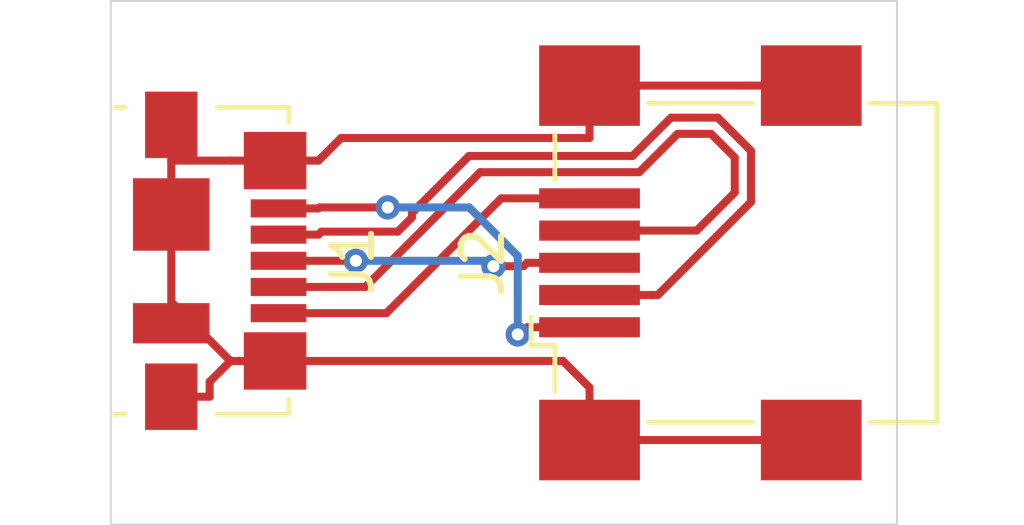
<source format=kicad_pcb>
(kicad_pcb (version 20240108) (generator "pcbnew") (generator_version "8.0")
  (layers (0 "F.Cu" signal) (31 "B.Cu" signal) (34 "B.Paste" user) (35 "F.Paste" user) (36 "B.SilkS" user "B.Silkscreen") (37 "F.SilkS" user "F.Silkscreen") (38 "B.Mask" user) (39 "F.Mask" user) (44 "Edge.Cuts" user))
  (net 0 "")
  (net 1 "Net-(J1-Shield)")
  (net 2 "Net-(J1-ID)")
  (net 3 "Net-(J1-GND)")
  (net 4 "Net-(J1-D-)")
  (net 5 "Net-(J1-D+)")
  (net 6 "Net-(J1-VBUS)")
  (footprint "Connector_USB:USB_Micro-B_Molex_47346-0001" (layer "F.Cu") (at 84.2 64.95 -90)
    (property "Reference" "J1" (at 0 -3.3 90) (layer "F.SilkS"))
    (property "Value" "USB_B_Micro")
    (fp_line (start -3.81 2.6) (end -3.81 2.34) (stroke (width 0.12)) (layer "F.SilkS"))
    (fp_line (start 3.81 2.34) (end 3.81 2.6) (stroke (width 0.12)) (layer "F.SilkS"))
    (fp_line (start -3.81 0.06) (end -3.81 -1.71) (stroke (width 0.12)) (layer "F.SilkS"))
    (fp_line (start -3.81 -1.71) (end -3.43 -1.71) (stroke (width 0.12)) (layer "F.SilkS"))
    (fp_line (start 3.81 -1.71) (end 3.81 0.06) (stroke (width 0.12)) (layer "F.SilkS"))
    (fp_line (start 3.81 -1.71) (end 3.43 -1.71) (stroke (width 0.12)) (layer "F.SilkS"))
    (pad "1" smd rect (at -1.3 -1.46 270) (size 0.45 1.38) (layers "F.Cu" "F.Paste" "F.Mask") (net 6 "Net-(J1-VBUS)"))
    (pad "2" smd rect (at -0.65 -1.46 270) (size 0.45 1.38) (layers "F.Cu" "F.Paste" "F.Mask") (net 4 "Net-(J1-D-)"))
    (pad "3" smd rect (at 0 -1.46 270) (size 0.45 1.38) (layers "F.Cu" "F.Paste" "F.Mask") (net 5 "Net-(J1-D+)"))
    (pad "4" smd rect (at 0.65 -1.46 270) (size 0.45 1.38) (layers "F.Cu" "F.Paste" "F.Mask") (net 2 "Net-(J1-ID)"))
    (pad "5" smd rect (at 1.3 -1.46 270) (size 0.45 1.38) (layers "F.Cu" "F.Paste" "F.Mask") (net 3 "Net-(J1-GND)"))
    (pad "6" smd rect (at -3.375 1.2 270) (size 1.65 1.3) (layers "F.Cu" "F.Paste" "F.Mask") (net 1 "Net-(J1-Shield)"))
    (pad "6" smd rect (at -2.4875 -1.375 270) (size 1.425 1.55) (layers "F.Cu" "F.Paste" "F.Mask") (net 1 "Net-(J1-Shield)"))
    (pad "6" smd rect (at -1.15 1.2 270) (size 1.8 1.9) (layers "F.Cu" "F.Paste" "F.Mask") (net 1 "Net-(J1-Shield)"))
    (pad "6" smd rect (at 1.55 1.2 270) (size 1 1.9) (layers "F.Cu" "F.Paste" "F.Mask") (net 1 "Net-(J1-Shield)"))
    (pad "6" smd rect (at 2.4875 -1.375 270) (size 1.425 1.55) (layers "F.Cu" "F.Paste" "F.Mask") (net 1 "Net-(J1-Shield)"))
    (pad "6" smd rect (at 3.375 1.2 270) (size 1.65 1.3) (layers "F.Cu" "F.Paste" "F.Mask") (net 1 "Net-(J1-Shield)"))
  )
  (footprint "Connector_USB:USB_Mini-B_Wuerth_65100516121_Horizontal" (layer "F.Cu") (at 95.975 65 90)
    (property "Reference" "J2" (at 0 -5.25 90) (layer "F.SilkS"))
    (property "Value" "USB_B_Mini")
    (fp_line (start -2.05 -4.05) (end -1.35 -4.05) (stroke (width 0.12)) (layer "F.SilkS"))
    (fp_line (start 2.05 -3.46) (end 3.2 -3.46) (stroke (width 0.12)) (layer "F.SilkS"))
    (fp_line (start -2.05 -3.46) (end -2.05 -4.05) (stroke (width 0.12)) (layer "F.SilkS"))
    (fp_line (start -3.2 -3.46) (end -2.05 -3.46) (stroke (width 0.12)) (layer "F.SilkS"))
    (fp_line (start 3.96 -1.15) (end 3.96 1.45) (stroke (width 0.12)) (layer "F.SilkS"))
    (fp_line (start -3.96 1.45) (end -3.96 -1.15) (stroke (width 0.12)) (layer "F.SilkS"))
    (fp_line (start -3.96 4.35) (end -3.96 6.01) (stroke (width 0.12)) (layer "F.SilkS"))
    (fp_line (start 3.96 6.01) (end 3.96 4.35) (stroke (width 0.12)) (layer "F.SilkS"))
    (fp_line (start -3.96 6.01) (end 3.96 6.01) (stroke (width 0.12)) (layer "F.SilkS"))
    (pad "" np_thru_hole circle (at -2.2 0 90) (size 0.9 0.9) (drill 0.9) (layers "*.Cu" "*.Mask"))
    (pad "" np_thru_hole circle (at 2.2 0 90) (size 0.9 0.9) (drill 0.9) (layers "*.Cu" "*.Mask"))
    (pad "1" smd rect (at -1.6 -2.6 90) (size 0.5 2.5) (layers "F.Cu" "F.Paste" "F.Mask") (net 6 "Net-(J1-VBUS)"))
    (pad "2" smd rect (at -0.8 -2.6 90) (size 0.5 2.5) (layers "F.Cu" "F.Paste" "F.Mask") (net 4 "Net-(J1-D-)"))
    (pad "3" smd rect (at 0 -2.6 90) (size 0.5 2.5) (layers "F.Cu" "F.Paste" "F.Mask") (net 5 "Net-(J1-D+)"))
    (pad "4" smd rect (at 0.8 -2.6 90) (size 0.5 2.5) (layers "F.Cu" "F.Paste" "F.Mask") (net 2 "Net-(J1-ID)"))
    (pad "5" smd rect (at 1.6 -2.6 90) (size 0.5 2.5) (layers "F.Cu" "F.Paste" "F.Mask") (net 3 "Net-(J1-GND)"))
    (pad "6" smd rect (at -4.4 -2.6 90) (size 2 2.5) (layers "F.Cu" "F.Paste" "F.Mask") (net 1 "Net-(J1-Shield)"))
    (pad "6" smd rect (at -4.4 2.9 90) (size 2 2.5) (layers "F.Cu" "F.Paste" "F.Mask") (net 1 "Net-(J1-Shield)"))
    (pad "6" smd rect (at 4.4 -2.6 90) (size 2 2.5) (layers "F.Cu" "F.Paste" "F.Mask") (net 1 "Net-(J1-Shield)"))
    (pad "6" smd rect (at 4.4 2.9 90) (size 2 2.5) (layers "F.Cu" "F.Paste" "F.Mask") (net 1 "Net-(J1-Shield)"))
  )
  (gr_rect (start 81.5 58.5) (end 101 71.5) (stroke (width 0.05)) (fill none) (layer "Edge.Cuts"))
  (segment (start 97.3233 60.6) (end 93.885 60.6) (width 0.2) (layer "F.Cu") (net 1))
  (segment (start 83 63.8) (end 83 62.9241) (width 0.2) (layer "F.Cu") (net 1))
  (segment (start 83.53 66.5) (end 83 65.97) (width 0.2) (layer "F.Cu") (net 1))
  (segment (start 83 62.9241) (end 83 62.4625) (width 0.2) (layer "F.Cu") (net 1))
  (segment (start 83 68.325) (end 83.9517 68.325) (width 0.2) (layer "F.Cu") (net 1))
  (segment (start 93.375 68.0983) (end 92.7142 67.4375) (width 0.2) (layer "F.Cu") (net 1))
  (segment (start 93.375 60.6) (end 93.375 61.11) (width 0.2) (layer "F.Cu") (net 1))
  (segment (start 93.885 60.6) (end 93.375 61.11) (width 0.2) (layer "F.Cu") (net 1))
  (segment (start 83 62.4625) (end 84.4983 62.4625) (width 0.2) (layer "F.Cu") (net 1))
  (segment (start 83.9517 67.9533) (end 84.4675 67.4375) (width 0.2) (layer "F.Cu") (net 1))
  (segment (start 83 62.4625) (end 83 61.575) (width 0.2) (layer "F.Cu") (net 1))
  (segment (start 87.2125 61.9017) (end 86.6517 62.4625) (width 0.2) (layer "F.Cu") (net 1))
  (segment (start 84.6842 67.4375) (end 84.4675 67.4375) (width 0.2) (layer "F.Cu") (net 1))
  (segment (start 93.375 69.4) (end 93.375 68.0983) (width 0.2) (layer "F.Cu") (net 1))
  (segment (start 93.375 61.11) (end 93.375 61.9017) (width 0.2) (layer "F.Cu") (net 1))
  (segment (start 83.9517 68.325) (end 83.9517 67.9533) (width 0.2) (layer "F.Cu") (net 1))
  (segment (start 83 65.97) (end 83 63.8) (width 0.2) (layer "F.Cu") (net 1))
  (segment (start 98.875 60.6) (end 97.3233 60.6) (width 0.2) (layer "F.Cu") (net 1))
  (segment (start 85.575 62.4625) (end 84.4983 62.4625) (width 0.2) (layer "F.Cu") (net 1))
  (segment (start 85.575 67.4375) (end 84.6842 67.4375) (width 0.2) (layer "F.Cu") (net 1))
  (segment (start 83 66.5) (end 83.53 66.5) (width 0.2) (layer "F.Cu") (net 1))
  (segment (start 85.575 62.4625) (end 86.6517 62.4625) (width 0.2) (layer "F.Cu") (net 1))
  (segment (start 92.7142 67.4375) (end 85.575 67.4375) (width 0.2) (layer "F.Cu") (net 1))
  (segment (start 98.875 69.4) (end 93.375 69.4) (width 0.2) (layer "F.Cu") (net 1))
  (segment (start 84.4675 67.4375) (end 83.53 66.5) (width 0.2) (layer "F.Cu") (net 1))
  (segment (start 93.375 61.9017) (end 87.2125 61.9017) (width 0.2) (layer "F.Cu") (net 1))
  (segment (start 87.8127 65.6) (end 90.6632 62.7495) (width 0.2) (layer "F.Cu") (net 2))
  (segment (start 95.5601 61.7983) (end 96.39 61.7983) (width 0.2) (layer "F.Cu") (net 2))
  (segment (start 85.66 65.6) (end 87.8127 65.6) (width 0.2) (layer "F.Cu") (net 2))
  (segment (start 96.9767 63.2549) (end 96.0316 64.2) (width 0.2) (layer "F.Cu") (net 2))
  (segment (start 96.9767 62.385) (end 96.9767 63.2549) (width 0.2) (layer "F.Cu") (net 2))
  (segment (start 96.39 61.7983) (end 96.9767 62.385) (width 0.2) (layer "F.Cu") (net 2))
  (segment (start 90.6632 62.7495) (end 94.6089 62.7495) (width 0.2) (layer "F.Cu") (net 2))
  (segment (start 94.6089 62.7495) (end 95.5601 61.7983) (width 0.2) (layer "F.Cu") (net 2))
  (segment (start 96.0316 64.2) (end 93.375 64.2) (width 0.2) (layer "F.Cu") (net 2))
  (segment (start 85.66 66.25) (end 88.3351 66.25) (width 0.2) (layer "F.Cu") (net 3))
  (segment (start 91.1851 63.4) (end 93.375 63.4) (width 0.2) (layer "F.Cu") (net 3))
  (segment (start 88.3351 66.25) (end 91.1851 63.4) (width 0.2) (layer "F.Cu") (net 3))
  (segment (start 95.3938 61.3966) (end 96.5563 61.3966) (width 0.2) (layer "F.Cu") (net 4))
  (segment (start 94.4426 62.3478) (end 95.3938 61.3966) (width 0.2) (layer "F.Cu") (net 4))
  (segment (start 95.0687 65.8) (end 94.9267 65.8) (width 0.2) (layer "F.Cu") (net 4))
  (segment (start 93.375 65.8) (end 94.9267 65.8) (width 0.2) (layer "F.Cu") (net 4))
  (segment (start 97.3784 63.4903) (end 95.0687 65.8) (width 0.2) (layer "F.Cu") (net 4))
  (segment (start 85.66 64.3) (end 86.6517 64.3) (width 0.2) (layer "F.Cu") (net 4))
  (segment (start 86.6517 64.3) (end 86.725 64.2267) (width 0.2) (layer "F.Cu") (net 4))
  (segment (start 90.3844 62.3478) (end 94.4426 62.3478) (width 0.2) (layer "F.Cu") (net 4))
  (segment (start 97.3784 62.2187) (end 97.3784 63.4903) (width 0.2) (layer "F.Cu") (net 4))
  (segment (start 88.9705 63.7617) (end 90.3844 62.3478) (width 0.2) (layer "F.Cu") (net 4))
  (segment (start 88.618 64.2267) (end 88.9705 63.8742) (width 0.2) (layer "F.Cu") (net 4))
  (segment (start 88.9705 63.8742) (end 88.9705 63.7617) (width 0.2) (layer "F.Cu") (net 4))
  (segment (start 86.725 64.2267) (end 88.618 64.2267) (width 0.2) (layer "F.Cu") (net 4))
  (segment (start 96.5563 61.3966) (end 97.3784 62.2187) (width 0.2) (layer "F.Cu") (net 4))
  (segment (start 91.8233 65) (end 91.7383 65.085) (width 0.2) (layer "F.Cu") (net 5))
  (segment (start 93.375 65) (end 91.8233 65) (width 0.2) (layer "F.Cu") (net 5))
  (segment (start 85.66 64.95) (end 87.5783 64.95) (width 0.2) (layer "F.Cu") (net 5))
  (segment (start 91.7383 65.085) (end 90.9913 65.085) (width 0.2) (layer "F.Cu") (net 5))
  (via (at 90.9913 65.085) (size 0.6) (drill 0.3) (layers "F.Cu" "B.Cu") (net 5))
  (via (at 87.5783 64.95) (size 0.6) (drill 0.3) (layers "F.Cu" "B.Cu") (net 5))
  (segment (start 90.8563 64.95) (end 87.5783 64.95) (width 0.2) (layer "B.Cu") (net 5))
  (segment (start 90.9913 65.085) (end 90.8563 64.95) (width 0.2) (layer "B.Cu") (net 5))
  (segment (start 85.66 63.65) (end 86.6517 63.65) (width 0.2) (layer "F.Cu") (net 6))
  (segment (start 91.8233 66.6) (end 91.6446 66.7787) (width 0.2) (layer "F.Cu") (net 6))
  (segment (start 86.6767 63.625) (end 88.3688 63.625) (width 0.2) (layer "F.Cu") (net 6))
  (segment (start 86.6517 63.65) (end 86.6767 63.625) (width 0.2) (layer "F.Cu") (net 6))
  (segment (start 91.6446 66.7787) (end 91.5943 66.7787) (width 0.2) (layer "F.Cu") (net 6))
  (segment (start 93.375 66.6) (end 91.8233 66.6) (width 0.2) (layer "F.Cu") (net 6))
  (via (at 91.5943 66.7787) (size 0.6) (drill 0.3) (layers "F.Cu" "B.Cu") (net 6))
  (via (at 88.3688 63.625) (size 0.6) (drill 0.3) (layers "F.Cu" "B.Cu") (net 6))
  (segment (start 91.5943 64.8296) (end 91.5943 66.7787) (width 0.2) (layer "B.Cu") (net 6))
  (segment (start 88.3688 63.625) (end 90.3897 63.625) (width 0.2) (layer "B.Cu") (net 6))
  (segment (start 90.3897 63.625) (end 91.5943 64.8296) (width 0.2) (layer "B.Cu") (net 6))
)
</source>
